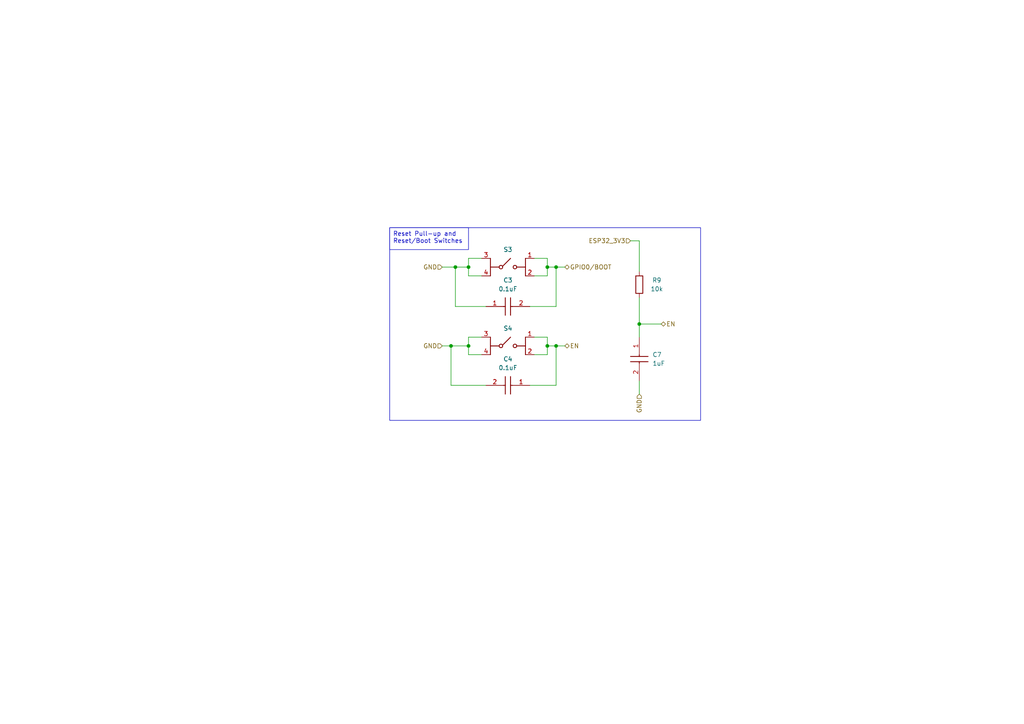
<source format=kicad_sch>
(kicad_sch (version 20250114) (generator "eeschema") (generator_version "9.0")
  (paper "A4")
  (lib_symbols
    (symbol "Device:R" (pin_numbers (hide yes)) (pin_names (offset 0))
      (property "Reference" "R" (at 2.032 0 90))
      (property "Value" "R" (at 0 0 90))
      (symbol "R_0_1"
        (rectangle (start -1.016 -2.54) (end 1.016 2.54) (stroke (width 0.254)))
      )
      (symbol "R_1_1"
        (pin passive line (at 0 3.81 270) (length 1.27) (name "~") (number "1"))
        (pin passive line (at 0 -3.81 90) (length 1.27) (name "~") (number "2"))
      )
    )
    (symbol "SamacSys_Parts:C0603C104K5RACTU" (pin_names (hide yes))
      (property "Reference" "C" (at 8.89 6.35 0))
      (property "Value" "C0603C104K5RACTU" (at 8.89 3.81 0))
      (symbol "C0603C104K5RACTU_1_1"
        (polyline (pts (xy 5.08 0) (xy 5.588 0)) (stroke (width 0.254)))
        (polyline (pts (xy 5.588 2.54) (xy 5.588 -2.54)) (stroke (width 0.254)))
        (polyline (pts (xy 7.112 2.54) (xy 7.112 -2.54)) (stroke (width 0.254)))
        (polyline (pts (xy 7.112 0) (xy 7.62 0)) (stroke (width 0.254)))
        (pin passive line (at 0 0 0) (length 5.08) (name "1") (number "1"))
        (pin passive line (at 12.7 0 180) (length 5.08) (name "2") (number "2"))
      )
    )
    (symbol "SamacSys_Parts:CL10B105KO8NNNC" (pin_names (hide yes))
      (property "Reference" "C" (at 8.89 6.35 0))
      (property "Value" "CL10B105KO8NNNC" (at 8.89 3.81 0))
      (symbol "CL10B105KO8NNNC_1_1"
        (polyline (pts (xy 5.08 0) (xy 5.588 0)) (stroke (width 0.254)))
        (polyline (pts (xy 5.588 2.54) (xy 5.588 -2.54)) (stroke (width 0.254)))
        (polyline (pts (xy 7.112 2.54) (xy 7.112 -2.54)) (stroke (width 0.254)))
        (polyline (pts (xy 7.112 0) (xy 7.62 0)) (stroke (width 0.254)))
        (pin passive line (at 0 0 0) (length 5.08) (name "1") (number "1"))
        (pin passive line (at 12.7 0 180) (length 5.08) (name "2") (number "2"))
      )
    )
    (symbol "SamacSys_Parts:PTS647SK38SMTR2_LFS" (pin_names (hide yes))
      (property "Reference" "S" (at 12.7 6.35 0))
      (property "Value" "PTS647SK38SMTR2_LFS" (at 12.7 3.81 0))
      (symbol "PTS647SK38SMTR2_LFS_1_1"
        (polyline (pts (xy 2.54 -2.54) (xy 5.08 -2.54)) (stroke (width 0.254)))
        (polyline (pts (xy 2.54 -5.08) (xy 2.54 0)) (stroke (width 0.254)))
        (circle (center 5.588 -2.54) (radius 0.508) (stroke (width 0.254)))
        (polyline (pts (xy 6.096 -2.286) (xy 8.382 0)) (stroke (width 0.254)))
        (circle (center 9.652 -2.54) (radius 0.508) (stroke (width 0.254)))
        (polyline (pts (xy 10.16 -2.54) (xy 12.7 -2.54)) (stroke (width 0.254)))
        (polyline (pts (xy 12.7 -5.08) (xy 12.7 0)) (stroke (width 0.254)))
        (pin passive line (at 0 0 0) (length 2.54) (name "COM_1") (number "3"))
        (pin passive line (at 0 -5.08 0) (length 2.54) (name "COM_2") (number "4"))
        (pin passive line (at 15.24 0 180) (length 2.54) (name "NO_1") (number "1"))
        (pin passive line (at 15.24 -5.08 180) (length 2.54) (name "NO_2") (number "2"))
      )
    )
  )
  (rectangle (start 113.03 66.04) (end 203.2 121.92))
  (text_box "Reset Pull-up and Reset/Boot Switches\n\n\n" (at 113.03 66.04 0) (size 22.86 6.35) (margins 0.9525 0.9525 0.9525 0.9525) (effects (font (size 1.27 1.27)) (justify left top)))
  (junction (at 135.89 100.33))
  (junction (at 161.29 77.47))
  (junction (at 158.75 77.47))
  (junction (at 130.81 100.33))
  (junction (at 185.42 93.98))
  (junction (at 161.29 100.33))
  (junction (at 158.75 100.33))
  (junction (at 132.08 77.47))
  (junction (at 135.89 77.47))
  (wire (pts (xy 135.89 77.47) (xy 135.89 80.01)))
  (wire (pts (xy 139.7 102.87) (xy 135.89 102.87)))
  (wire (pts (xy 135.89 100.33) (xy 135.89 102.87)))
  (wire (pts (xy 185.42 110.49) (xy 185.42 114.3)))
  (wire (pts (xy 154.94 80.01) (xy 158.75 80.01)))
  (wire (pts (xy 130.81 100.33) (xy 130.81 111.76)))
  (wire (pts (xy 135.89 97.79) (xy 135.89 100.33)))
  (wire (pts (xy 130.81 100.33) (xy 135.89 100.33)))
  (wire (pts (xy 139.7 74.93) (xy 135.89 74.93)))
  (wire (pts (xy 154.94 97.79) (xy 158.75 97.79)))
  (wire (pts (xy 140.97 88.9) (xy 132.08 88.9)))
  (wire (pts (xy 154.94 74.93) (xy 158.75 74.93)))
  (wire (pts (xy 158.75 77.47) (xy 161.29 77.47)))
  (wire (pts (xy 132.08 77.47) (xy 132.08 88.9)))
  (wire (pts (xy 182.88 69.85) (xy 185.42 69.85)))
  (wire (pts (xy 185.42 69.85) (xy 185.42 78.74)))
  (wire (pts (xy 139.7 97.79) (xy 135.89 97.79)))
  (wire (pts (xy 140.97 111.76) (xy 130.81 111.76)))
  (wire (pts (xy 128.27 100.33) (xy 130.81 100.33)))
  (wire (pts (xy 139.7 80.01) (xy 135.89 80.01)))
  (wire (pts (xy 158.75 97.79) (xy 158.75 100.33)))
  (wire (pts (xy 153.67 88.9) (xy 161.29 88.9)))
  (wire (pts (xy 135.89 77.47) (xy 132.08 77.47)))
  (wire (pts (xy 158.75 74.93) (xy 158.75 77.47)))
  (wire (pts (xy 185.42 86.36) (xy 185.42 93.98)))
  (wire (pts (xy 161.29 100.33) (xy 158.75 100.33)))
  (wire (pts (xy 153.67 111.76) (xy 161.29 111.76)))
  (wire (pts (xy 135.89 74.93) (xy 135.89 77.47)))
  (wire (pts (xy 161.29 77.47) (xy 163.83 77.47)))
  (wire (pts (xy 132.08 77.47) (xy 128.27 77.47)))
  (wire (pts (xy 185.42 97.79) (xy 185.42 93.98)))
  (wire (pts (xy 158.75 100.33) (xy 158.75 102.87)))
  (wire (pts (xy 158.75 77.47) (xy 158.75 80.01)))
  (wire (pts (xy 161.29 100.33) (xy 163.83 100.33)))
  (wire (pts (xy 161.29 111.76) (xy 161.29 100.33)))
  (wire (pts (xy 161.29 77.47) (xy 161.29 88.9)))
  (wire (pts (xy 154.94 102.87) (xy 158.75 102.87)))
  (wire (pts (xy 191.77 93.98) (xy 185.42 93.98)))
  (hierarchical_label "EN" (shape bidirectional) (at 163.83 100.33 0))
  (hierarchical_label "EN" (shape bidirectional) (at 191.77 93.98 0))
  (hierarchical_label "GND" (shape input) (at 185.42 114.3 270))
  (hierarchical_label "GPIO0{slash}BOOT" (shape bidirectional) (at 163.83 77.47 0))
  (hierarchical_label "GND" (shape input) (at 128.27 77.47 180))
  (hierarchical_label "GND" (shape input) (at 128.27 100.33 180))
  (hierarchical_label "ESP32_3V3" (shape input) (at 182.88 69.85 180))
  (symbol (lib_id "SamacSys_Parts:PTS647SK38SMTR2_LFS") (at 139.7 97.79 0) (unit 1)
    (property "Reference" "S4" (at 147.32 95.25 0))
    (property "Value" "PTS647SK38SMTR2_LFS" (effects (hide yes)))
    (property "Footprint" "PTS647SM38SMTR2LFS" (effects (hide yes)))
    (property "Datasheet" "https://www.ckswitches.com/media/2567/pts647.pdf" (effects (hide yes)))
    (property "Description" "Tactile Switch SPST-NO Top Actuated Surface Mount" (effects (hide yes)))
    (property "Height" "3.8" (effects (hide yes)))
    (property "Manufacturer_Name" "C & K COMPONENTS" (effects (hide yes)))
    (property "Manufacturer_Part_Number" "PTS647SK38SMTR2 LFS" (effects (hide yes)))
  )
  (symbol (lib_id "SamacSys_Parts:CL10B105KO8NNNC") (at 185.42 97.79 270) (unit 1)
    (property "Reference" "C7" (at 189.23 102.8699 90) (effects (justify left)))
    (property "Value" "1uF" (at 189.23 105.4099 90) (effects (justify left)))
    (property "Footprint" "CAPC1608X90N" (effects (hide yes)))
    (property "Datasheet" "https://datasheet.datasheetarchive.com/originals/distributors/Datasheets-DGA10/2410179.pdf" (effects (hide yes)))
    (property "Description" "Samsung Electro-Mechanics 1uF Multilayer Ceramic Capacitor MLCC 16V dc +/-10% X7R Dielectric 0603 (1608M) SMD" (effects (hide yes)))
    (property "Height" "0.9" (effects (hide yes)))
    (property "Manufacturer_Name" "SAMSUNG" (effects (hide yes)))
    (property "Manufacturer_Part_Number" "CL10B105KO8NNNC" (effects (hide yes)))
    (property "Mouser Part Number" "187-CL10B105KO8NNNC" (effects (hide yes)))
    (property "Mouser Price/Stock" "https://www.mouser.co.uk/ProductDetail/Samsung-Electro-Mechanics/CL10B105KO8NNNC?qs=349EhDEZ59o2mlUAs%2FkaKg%3D%3D" (effects (hide yes)))
    (property "Arrow Part Number" "CL10B105KO8NNNC" (effects (hide yes)))
    (property "Arrow Price/Stock" "https://www.arrow.com/en/products/cl10b105ko8nnnc/samsung-electro-mechanics?utm_currency=USD&region=europe" (effects (hide yes)))
  )
  (symbol (lib_id "SamacSys_Parts:C0603C104K5RACTU") (at 140.97 88.9 0) (unit 1)
    (property "Reference" "C3" (at 147.32 81.28 0))
    (property "Value" "0.1uF" (at 147.32 83.82 0))
    (property "Footprint" "C0603" (effects (hide yes)))
    (property "Datasheet" "https://content.kemet.com/datasheets/KEM_C1002_X7R_SMD.pdf" (effects (hide yes)))
    (property "Description" "SMD Comm X7R, Ceramic, 0.1 uF, 10%, 50 VDC, 125 VDC, 125C, -55C, X7R, SMD, MLCC, Temperature Stable, Class II, 2.5 % , 5 GOhms, 7.3 mg, 0603, 1.6mm, 0.8mm, 0.8mm, 0.7mm, 0.35mm, 4000, 78  Weeks, 80" (effects (hide yes)))
    (property "Height" "0.87" (effects (hide yes)))
    (property "Manufacturer_Name" "KEMET" (effects (hide yes)))
    (property "Manufacturer_Part_Number" "C0603C104K5RACTU" (effects (hide yes)))
    (property "Mouser Part Number" "80-C0603C104K5R" (effects (hide yes)))
    (property "Mouser Price/Stock" "https://www.mouser.co.uk/ProductDetail/KEMET/C0603C104K5RACTU?qs=l5k%252BbMnNDkkVcnZPSAaaiQ%3D%3D" (effects (hide yes)))
    (property "Arrow Part Number" "C0603C104K5RACTU" (effects (hide yes)))
    (property "Arrow Price/Stock" "https://www.arrow.com/en/products/c0603c104k5ractu/kemet-corporation?utm_currency=USD&region=nac" (effects (hide yes)))
  )
  (symbol (lib_id "SamacSys_Parts:PTS647SK38SMTR2_LFS") (at 139.7 74.93 0) (unit 1)
    (property "Reference" "S3" (at 147.32 72.39 0))
    (property "Value" "PTS647SK38SMTR2_LFS" (effects (hide yes)))
    (property "Footprint" "PTS647SM38SMTR2LFS" (effects (hide yes)))
    (property "Datasheet" "https://www.ckswitches.com/media/2567/pts647.pdf" (effects (hide yes)))
    (property "Description" "Tactile Switch SPST-NO Top Actuated Surface Mount" (effects (hide yes)))
    (property "Height" "3.8" (effects (hide yes)))
    (property "Manufacturer_Name" "C & K COMPONENTS" (effects (hide yes)))
    (property "Manufacturer_Part_Number" "PTS647SK38SMTR2 LFS" (effects (hide yes)))
  )
  (symbol (lib_id "SamacSys_Parts:C0603C104K5RACTU") (at 153.67 111.76 180) (unit 1)
    (property "Reference" "C4" (at 147.32 104.14 0))
    (property "Value" "0.1uF" (at 147.32 106.68 0))
    (property "Footprint" "C0603" (effects (hide yes)))
    (property "Datasheet" "https://content.kemet.com/datasheets/KEM_C1002_X7R_SMD.pdf" (effects (hide yes)))
    (property "Description" "SMD Comm X7R, Ceramic, 0.1 uF, 10%, 50 VDC, 125 VDC, 125C, -55C, X7R, SMD, MLCC, Temperature Stable, Class II, 2.5 % , 5 GOhms, 7.3 mg, 0603, 1.6mm, 0.8mm, 0.8mm, 0.7mm, 0.35mm, 4000, 78  Weeks, 80" (effects (hide yes)))
    (property "Height" "0.87" (effects (hide yes)))
    (property "Manufacturer_Name" "KEMET" (effects (hide yes)))
    (property "Manufacturer_Part_Number" "C0603C104K5RACTU" (effects (hide yes)))
    (property "Mouser Part Number" "80-C0603C104K5R" (effects (hide yes)))
    (property "Mouser Price/Stock" "https://www.mouser.co.uk/ProductDetail/KEMET/C0603C104K5RACTU?qs=l5k%252BbMnNDkkVcnZPSAaaiQ%3D%3D" (effects (hide yes)))
    (property "Arrow Part Number" "C0603C104K5RACTU" (effects (hide yes)))
    (property "Arrow Price/Stock" "https://www.arrow.com/en/products/c0603c104k5ractu/kemet-corporation?utm_currency=USD&region=nac" (effects (hide yes)))
  )
  (symbol (lib_id "Device:R") (at 185.42 82.55 0) (unit 1)
    (property "Reference" "R9" (at 190.5 81.28 0))
    (property "Value" "10k" (at 190.5 83.82 0))
    (property "Description" "Resistor" (effects (hide yes)))
  )
)
</source>
